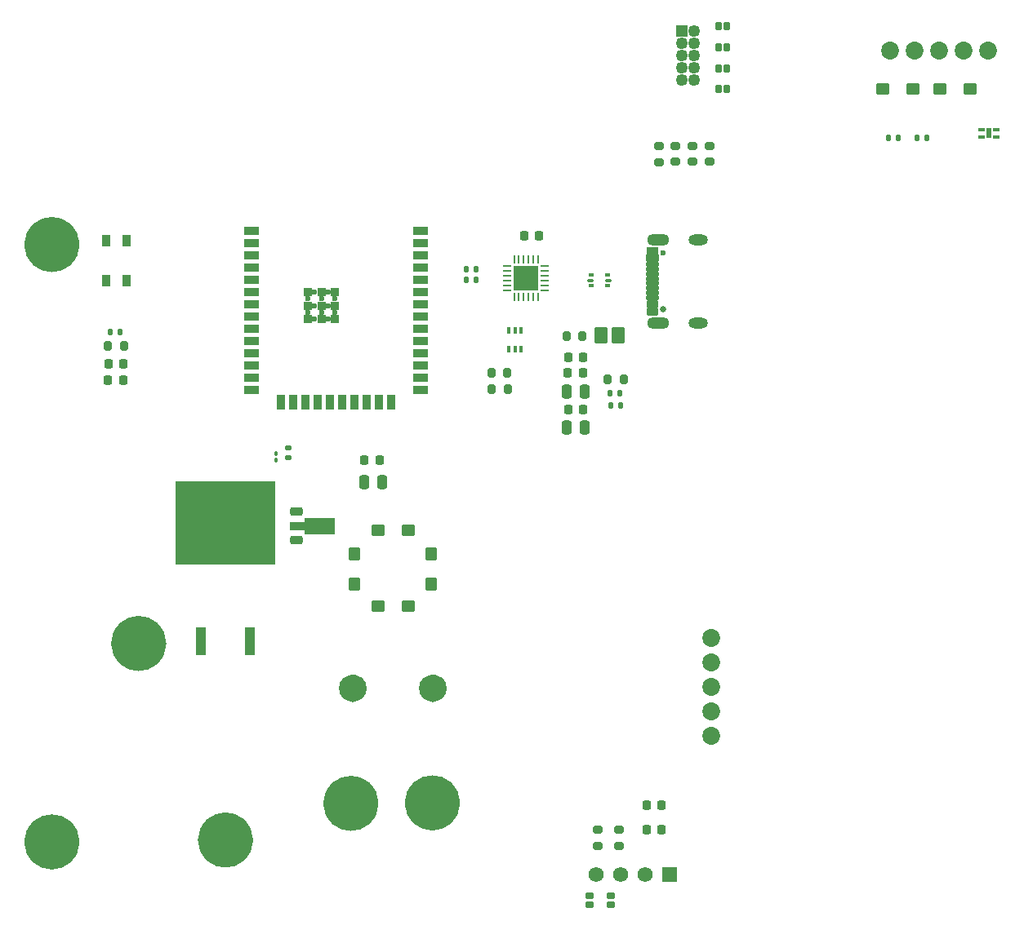
<source format=gbr>
%TF.GenerationSoftware,KiCad,Pcbnew,9.0.0*%
%TF.CreationDate,2025-08-26T11:38:40+09:00*%
%TF.ProjectId,MistFarm_PCB,4d697374-4661-4726-9d5f-5043422e6b69,rev?*%
%TF.SameCoordinates,Original*%
%TF.FileFunction,Soldermask,Top*%
%TF.FilePolarity,Negative*%
%FSLAX46Y46*%
G04 Gerber Fmt 4.6, Leading zero omitted, Abs format (unit mm)*
G04 Created by KiCad (PCBNEW 9.0.0) date 2025-08-26 11:38:40*
%MOMM*%
%LPD*%
G01*
G04 APERTURE LIST*
G04 Aperture macros list*
%AMRoundRect*
0 Rectangle with rounded corners*
0 $1 Rounding radius*
0 $2 $3 $4 $5 $6 $7 $8 $9 X,Y pos of 4 corners*
0 Add a 4 corners polygon primitive as box body*
4,1,4,$2,$3,$4,$5,$6,$7,$8,$9,$2,$3,0*
0 Add four circle primitives for the rounded corners*
1,1,$1+$1,$2,$3*
1,1,$1+$1,$4,$5*
1,1,$1+$1,$6,$7*
1,1,$1+$1,$8,$9*
0 Add four rect primitives between the rounded corners*
20,1,$1+$1,$2,$3,$4,$5,0*
20,1,$1+$1,$4,$5,$6,$7,0*
20,1,$1+$1,$6,$7,$8,$9,0*
20,1,$1+$1,$8,$9,$2,$3,0*%
%AMFreePoly0*
4,1,9,3.862500,-0.866500,0.737500,-0.866500,0.737500,-0.450000,-0.737500,-0.450000,-0.737500,0.450000,0.737500,0.450000,0.737500,0.866500,3.862500,0.866500,3.862500,-0.866500,3.862500,-0.866500,$1*%
G04 Aperture macros list end*
%ADD10C,2.850000*%
%ADD11C,1.450000*%
%ADD12RoundRect,0.225000X-0.225000X-0.250000X0.225000X-0.250000X0.225000X0.250000X-0.225000X0.250000X0*%
%ADD13RoundRect,0.102000X-0.570000X-0.735000X0.570000X-0.735000X0.570000X0.735000X-0.570000X0.735000X0*%
%ADD14RoundRect,0.200000X0.275000X-0.200000X0.275000X0.200000X-0.275000X0.200000X-0.275000X-0.200000X0*%
%ADD15RoundRect,0.135000X0.135000X0.185000X-0.135000X0.185000X-0.135000X-0.185000X0.135000X-0.185000X0*%
%ADD16R,0.990600X2.997200*%
%ADD17R,10.337800X8.712200*%
%ADD18RoundRect,0.102000X-0.245000X-0.300000X0.245000X-0.300000X0.245000X0.300000X-0.245000X0.300000X0*%
%ADD19RoundRect,0.102000X0.495000X-0.560000X0.495000X0.560000X-0.495000X0.560000X-0.495000X-0.560000X0*%
%ADD20RoundRect,0.225000X0.225000X0.250000X-0.225000X0.250000X-0.225000X-0.250000X0.225000X-0.250000X0*%
%ADD21RoundRect,0.102000X-0.560000X-0.495000X0.560000X-0.495000X0.560000X0.495000X-0.560000X0.495000X0*%
%ADD22RoundRect,0.200000X-0.200000X-0.275000X0.200000X-0.275000X0.200000X0.275000X-0.200000X0.275000X0*%
%ADD23RoundRect,0.100000X-0.100000X0.130000X-0.100000X-0.130000X0.100000X-0.130000X0.100000X0.130000X0*%
%ADD24RoundRect,0.135000X-0.135000X-0.185000X0.135000X-0.185000X0.135000X0.185000X-0.135000X0.185000X0*%
%ADD25RoundRect,0.135000X0.185000X-0.135000X0.185000X0.135000X-0.185000X0.135000X-0.185000X-0.135000X0*%
%ADD26C,1.854000*%
%ADD27RoundRect,0.250000X-0.250000X-0.475000X0.250000X-0.475000X0.250000X0.475000X-0.250000X0.475000X0*%
%ADD28R,0.711200X0.304800*%
%ADD29R,0.508000X1.092200*%
%ADD30RoundRect,0.093750X0.156250X0.093750X-0.156250X0.093750X-0.156250X-0.093750X0.156250X-0.093750X0*%
%ADD31RoundRect,0.075000X0.250000X0.075000X-0.250000X0.075000X-0.250000X-0.075000X0.250000X-0.075000X0*%
%ADD32RoundRect,0.062500X0.062500X-0.350000X0.062500X0.350000X-0.062500X0.350000X-0.062500X-0.350000X0*%
%ADD33RoundRect,0.062500X0.350000X-0.062500X0.350000X0.062500X-0.350000X0.062500X-0.350000X-0.062500X0*%
%ADD34R,2.600000X2.600000*%
%ADD35RoundRect,0.100000X-0.100000X0.225000X-0.100000X-0.225000X0.100000X-0.225000X0.100000X0.225000X0*%
%ADD36RoundRect,0.250000X0.250000X0.475000X-0.250000X0.475000X-0.250000X-0.475000X0.250000X-0.475000X0*%
%ADD37RoundRect,0.102000X-0.525000X0.525000X-0.525000X-0.525000X0.525000X-0.525000X0.525000X0.525000X0*%
%ADD38C,1.254000*%
%ADD39RoundRect,0.102000X-0.300000X0.245000X-0.300000X-0.245000X0.300000X-0.245000X0.300000X0.245000X0*%
%ADD40RoundRect,0.200000X0.200000X0.275000X-0.200000X0.275000X-0.200000X-0.275000X0.200000X-0.275000X0*%
%ADD41C,0.650000*%
%ADD42C,0.600000*%
%ADD43RoundRect,0.097000X0.490000X-0.300000X0.490000X0.300000X-0.490000X0.300000X-0.490000X-0.300000X0*%
%ADD44RoundRect,0.095000X0.500000X-0.300000X0.500000X0.300000X-0.500000X0.300000X-0.500000X-0.300000X0*%
%ADD45RoundRect,0.095000X0.570000X-0.150000X0.570000X0.150000X-0.570000X0.150000X-0.570000X-0.150000X0*%
%ADD46RoundRect,0.095000X0.500000X-0.275000X0.500000X0.275000X-0.500000X0.275000X-0.500000X-0.275000X0*%
%ADD47RoundRect,0.095000X0.550000X-0.300000X0.550000X0.300000X-0.550000X0.300000X-0.550000X-0.300000X0*%
%ADD48O,2.304000X1.254000*%
%ADD49O,2.004000X1.104000*%
%ADD50RoundRect,0.102000X0.325000X-0.525000X0.325000X0.525000X-0.325000X0.525000X-0.325000X-0.525000X0*%
%ADD51RoundRect,0.102000X-0.685000X-0.685000X0.685000X-0.685000X0.685000X0.685000X-0.685000X0.685000X0*%
%ADD52C,1.574000*%
%ADD53R,1.500000X0.900000*%
%ADD54R,0.900000X1.500000*%
%ADD55R,0.900000X0.900000*%
%ADD56RoundRect,0.225000X-0.425000X-0.225000X0.425000X-0.225000X0.425000X0.225000X-0.425000X0.225000X0*%
%ADD57FreePoly0,0.000000*%
G04 APERTURE END LIST*
D10*
X22175000Y-44107900D02*
G75*
G02*
X19325000Y-44107900I-1425000J0D01*
G01*
X19325000Y-44107900D02*
G75*
G02*
X22175000Y-44107900I1425000J0D01*
G01*
X61625000Y-102057900D02*
G75*
G02*
X58775000Y-102057900I-1425000J0D01*
G01*
X58775000Y-102057900D02*
G75*
G02*
X61625000Y-102057900I1425000J0D01*
G01*
X31175000Y-85510000D02*
G75*
G02*
X28325000Y-85510000I-1425000J0D01*
G01*
X28325000Y-85510000D02*
G75*
G02*
X31175000Y-85510000I1425000J0D01*
G01*
D11*
X60975000Y-90157900D02*
G75*
G02*
X59525000Y-90157900I-725000J0D01*
G01*
X59525000Y-90157900D02*
G75*
G02*
X60975000Y-90157900I725000J0D01*
G01*
X52675000Y-90157900D02*
G75*
G02*
X51225000Y-90157900I-725000J0D01*
G01*
X51225000Y-90157900D02*
G75*
G02*
X52675000Y-90157900I725000J0D01*
G01*
D10*
X40175000Y-105910000D02*
G75*
G02*
X37325000Y-105910000I-1425000J0D01*
G01*
X37325000Y-105910000D02*
G75*
G02*
X40175000Y-105910000I1425000J0D01*
G01*
X53175000Y-102107900D02*
G75*
G02*
X50325000Y-102107900I-1425000J0D01*
G01*
X50325000Y-102107900D02*
G75*
G02*
X53175000Y-102107900I1425000J0D01*
G01*
X22175000Y-106107900D02*
G75*
G02*
X19325000Y-106107900I-1425000J0D01*
G01*
X19325000Y-106107900D02*
G75*
G02*
X22175000Y-106107900I1425000J0D01*
G01*
D12*
%TO.C,C18*%
X69715000Y-43220000D03*
X71265000Y-43220000D03*
%TD*%
D13*
%TO.C,FL1*%
X77650000Y-53540000D03*
X79430000Y-53540000D03*
%TD*%
D14*
%TO.C,R7*%
X79540000Y-106510000D03*
X79540000Y-104860000D03*
%TD*%
D15*
%TO.C,R17*%
X111470000Y-33040000D03*
X110450000Y-33040000D03*
%TD*%
D16*
%TO.C,D1*%
X36210000Y-85290900D03*
D17*
X38750000Y-73010000D03*
D16*
X41290000Y-85290900D03*
%TD*%
D18*
%TO.C,C4*%
X89843000Y-23670000D03*
X90757000Y-23670000D03*
%TD*%
D19*
%TO.C,D2*%
X60085000Y-79390400D03*
X60085000Y-76250400D03*
%TD*%
D12*
%TO.C,C17*%
X74265000Y-55840000D03*
X75815000Y-55840000D03*
%TD*%
D20*
%TO.C,C15*%
X75805000Y-57420000D03*
X74255000Y-57420000D03*
%TD*%
D21*
%TO.C,D3*%
X54587500Y-81642900D03*
X57727500Y-81642900D03*
%TD*%
D22*
%TO.C,R13*%
X78375000Y-58100000D03*
X80025000Y-58100000D03*
%TD*%
D14*
%TO.C,R10*%
X77320000Y-106510000D03*
X77320000Y-104860000D03*
%TD*%
D23*
%TO.C,3.3v_ON1*%
X44010000Y-65810000D03*
X44010000Y-66450000D03*
%TD*%
D18*
%TO.C,C5*%
X89843000Y-25820000D03*
X90757000Y-25820000D03*
%TD*%
D19*
%TO.C,D5*%
X52135000Y-79362900D03*
X52135000Y-76222900D03*
%TD*%
D24*
%TO.C,R11*%
X63680000Y-46630000D03*
X64700000Y-46630000D03*
%TD*%
D25*
%TO.C,R16*%
X45220000Y-66260000D03*
X45220000Y-65240000D03*
%TD*%
D26*
%TO.C,J4*%
X107680000Y-23970000D03*
X110220000Y-23970000D03*
X112760000Y-23970000D03*
X115300000Y-23970000D03*
X117840000Y-23970000D03*
%TD*%
D24*
%TO.C,R12*%
X63680000Y-47760000D03*
X64700000Y-47760000D03*
%TD*%
D21*
%TO.C,D4*%
X54565000Y-73742900D03*
X57705000Y-73742900D03*
%TD*%
D27*
%TO.C,C8*%
X53110000Y-68790000D03*
X55010000Y-68790000D03*
%TD*%
D22*
%TO.C,F1*%
X74095000Y-53640000D03*
X75745000Y-53640000D03*
%TD*%
D12*
%TO.C,C11*%
X82435000Y-102310000D03*
X83985000Y-102310000D03*
%TD*%
D24*
%TO.C,R14*%
X78650000Y-59500000D03*
X79670000Y-59500000D03*
%TD*%
D20*
%TO.C,C2*%
X28120000Y-58210000D03*
X26570000Y-58210000D03*
%TD*%
D28*
%TO.C,U5*%
X117170000Y-32150002D03*
X117170000Y-32950000D03*
X118668600Y-32950000D03*
X118668600Y-32150002D03*
D29*
X117919300Y-32550001D03*
%TD*%
D14*
%TO.C,R4*%
X88950000Y-35520000D03*
X88950000Y-33870000D03*
%TD*%
D24*
%TO.C,R5*%
X26835000Y-53150000D03*
X27855000Y-53150000D03*
%TD*%
D30*
%TO.C,U3*%
X78340000Y-48350000D03*
D31*
X78415000Y-47812500D03*
D30*
X78340000Y-47275000D03*
X76640000Y-47275000D03*
D31*
X76565000Y-47812500D03*
D30*
X76640000Y-48350000D03*
%TD*%
D15*
%TO.C,NTCG103JX103DT1S1*%
X108530000Y-33080000D03*
X107510000Y-33080000D03*
%TD*%
D12*
%TO.C,C12*%
X82435000Y-104820000D03*
X83985000Y-104820000D03*
%TD*%
D20*
%TO.C,C13*%
X75865000Y-61240000D03*
X74315000Y-61240000D03*
%TD*%
D32*
%TO.C,U2*%
X68670000Y-49525000D03*
X69170000Y-49525000D03*
X69670000Y-49525000D03*
X70170000Y-49525000D03*
X70670000Y-49525000D03*
X71170000Y-49525000D03*
D33*
X71857500Y-48837500D03*
X71857500Y-48337500D03*
X71857500Y-47837500D03*
X71857500Y-47337500D03*
X71857500Y-46837500D03*
X71857500Y-46337500D03*
D32*
X71170000Y-45650000D03*
X70670000Y-45650000D03*
X70170000Y-45650000D03*
X69670000Y-45650000D03*
X69170000Y-45650000D03*
X68670000Y-45650000D03*
D33*
X67982500Y-46337500D03*
X67982500Y-46837500D03*
X67982500Y-47337500D03*
X67982500Y-47837500D03*
X67982500Y-48337500D03*
X67982500Y-48837500D03*
D34*
X69920000Y-47587500D03*
%TD*%
D35*
%TO.C,Q1*%
X69425000Y-53050000D03*
X68775000Y-53050000D03*
X68125000Y-53050000D03*
X68125000Y-54950000D03*
X68775000Y-54950000D03*
X69425000Y-54950000D03*
%TD*%
D12*
%TO.C,C1*%
X26600000Y-56470000D03*
X28150000Y-56470000D03*
%TD*%
D21*
%TO.C,D7*%
X106870000Y-27990000D03*
X110010000Y-27990000D03*
%TD*%
D18*
%TO.C,C3*%
X89843000Y-21450000D03*
X90757000Y-21450000D03*
%TD*%
D14*
%TO.C,R2*%
X85420000Y-35520000D03*
X85420000Y-33870000D03*
%TD*%
D12*
%TO.C,C7*%
X53170000Y-66520000D03*
X54720000Y-66520000D03*
%TD*%
D36*
%TO.C,C16*%
X76010000Y-59370000D03*
X74110000Y-59370000D03*
%TD*%
D37*
%TO.C,J1*%
X86030000Y-21950000D03*
D38*
X87300000Y-21950000D03*
X86030000Y-23220000D03*
X87300000Y-23220000D03*
X86030000Y-24490000D03*
X87300000Y-24490000D03*
X86030000Y-25760000D03*
X87300000Y-25760000D03*
X86030000Y-27030000D03*
X87300000Y-27030000D03*
%TD*%
D39*
%TO.C,C10*%
X76540000Y-111690000D03*
X76540000Y-112604000D03*
%TD*%
D27*
%TO.C,C14*%
X74090000Y-63120000D03*
X75990000Y-63120000D03*
%TD*%
D40*
%TO.C,R8*%
X68018000Y-59152800D03*
X66368000Y-59152800D03*
%TD*%
%TO.C,R9*%
X67970000Y-57450000D03*
X66320000Y-57450000D03*
%TD*%
D21*
%TO.C,D6*%
X112800000Y-27960000D03*
X115940000Y-27960000D03*
%TD*%
D41*
%TO.C,UART1*%
X84100000Y-50790000D03*
D42*
X84100000Y-45010000D03*
D43*
X83030000Y-51100000D03*
D44*
X83030000Y-50300000D03*
D45*
X83030000Y-49150000D03*
X83030000Y-48150000D03*
X83030000Y-47650000D03*
X83030000Y-46650000D03*
D46*
X83030000Y-44700000D03*
D47*
X83030000Y-45500000D03*
D45*
X83030000Y-46150000D03*
X83030000Y-47150000D03*
X83030000Y-48650000D03*
X83030000Y-49650000D03*
D48*
X83600000Y-52220000D03*
X83600000Y-43580000D03*
D49*
X87780000Y-52220000D03*
X87780000Y-43580000D03*
%TD*%
D18*
%TO.C,C6*%
X89843000Y-27970000D03*
X90757000Y-27970000D03*
%TD*%
D50*
%TO.C,S1*%
X26355000Y-47893500D03*
X26355000Y-43743500D03*
X28505000Y-47893500D03*
X28505000Y-43743500D03*
%TD*%
D51*
%TO.C,J2*%
X84800000Y-109450000D03*
D52*
X82260000Y-109450000D03*
X79720000Y-109450000D03*
X77180000Y-109450000D03*
%TD*%
D14*
%TO.C,R3*%
X87190000Y-35520000D03*
X87190000Y-33870000D03*
%TD*%
D39*
%TO.C,C9*%
X78690000Y-111690000D03*
X78690000Y-112604000D03*
%TD*%
D53*
%TO.C,U1*%
X41440000Y-42727900D03*
X41440000Y-43997900D03*
X41440000Y-45267900D03*
X41440000Y-46537900D03*
X41440000Y-47807900D03*
X41440000Y-49077900D03*
X41440000Y-50347900D03*
X41440000Y-51617900D03*
X41440000Y-52887900D03*
X41440000Y-54157900D03*
X41440000Y-55427900D03*
X41440000Y-56697900D03*
X41440000Y-57967900D03*
X41440000Y-59237900D03*
D54*
X44475000Y-60487900D03*
X45745000Y-60487900D03*
X47015000Y-60487900D03*
X48285000Y-60487900D03*
X49555000Y-60487900D03*
X50825000Y-60487900D03*
X52095000Y-60487900D03*
X53365000Y-60487900D03*
X54635000Y-60487900D03*
X55905000Y-60487900D03*
D53*
X58940000Y-59237900D03*
X58940000Y-57967900D03*
X58940000Y-56697900D03*
X58940000Y-55427900D03*
X58940000Y-54157900D03*
X58940000Y-52887900D03*
X58940000Y-51617900D03*
X58940000Y-50347900D03*
X58940000Y-49077900D03*
X58940000Y-47807900D03*
X58940000Y-46537900D03*
X58940000Y-45267900D03*
X58940000Y-43997900D03*
X58940000Y-42727900D03*
D55*
X47290000Y-49047900D03*
D42*
X47290000Y-49747900D03*
D55*
X47290000Y-50447900D03*
D42*
X47290000Y-51147900D03*
D55*
X47290000Y-51847900D03*
D42*
X47990000Y-49047900D03*
X47990000Y-50447900D03*
X47990000Y-51847900D03*
D55*
X48690000Y-49047900D03*
D42*
X48690000Y-49747900D03*
D55*
X48690000Y-50447900D03*
D42*
X48690000Y-51147900D03*
D55*
X48690000Y-51847900D03*
D42*
X49390000Y-49047900D03*
X49390000Y-50447900D03*
X49390000Y-51847900D03*
D55*
X50090000Y-49047900D03*
D42*
X50090000Y-49747900D03*
D55*
X50090000Y-50447900D03*
D42*
X50090000Y-51147900D03*
D55*
X50090000Y-51847900D03*
%TD*%
D24*
%TO.C,R15*%
X78665000Y-60825000D03*
X79685000Y-60825000D03*
%TD*%
D14*
%TO.C,R1*%
X83680000Y-35560000D03*
X83680000Y-33910000D03*
%TD*%
D56*
%TO.C,U4*%
X46070000Y-71817900D03*
D57*
X46157500Y-73317900D03*
D56*
X46070000Y-74817900D03*
%TD*%
D26*
%TO.C,J3*%
X89090000Y-95130000D03*
X89090000Y-92590000D03*
X89090000Y-90050000D03*
X89090000Y-87510000D03*
X89090000Y-84970000D03*
%TD*%
D22*
%TO.C,R6*%
X26550000Y-54630000D03*
X28200000Y-54630000D03*
%TD*%
M02*

</source>
